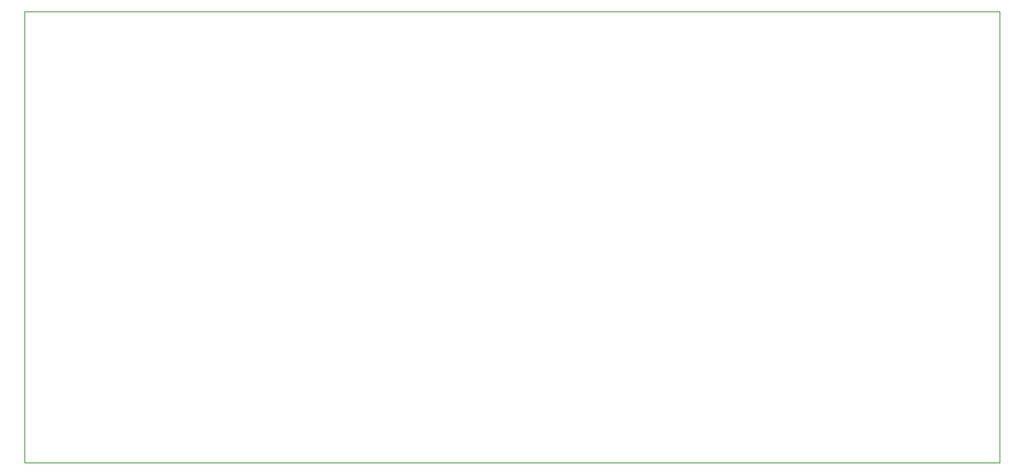
<source format=gbr>
%TF.GenerationSoftware,KiCad,Pcbnew,(5.1.6)-1*%
%TF.CreationDate,2025-07-03T10:53:41-05:00*%
%TF.ProjectId,relay_board,72656c61-795f-4626-9f61-72642e6b6963,rev?*%
%TF.SameCoordinates,PX2625a00PY839b680*%
%TF.FileFunction,Profile,NP*%
%FSLAX46Y46*%
G04 Gerber Fmt 4.6, Leading zero omitted, Abs format (unit mm)*
G04 Created by KiCad (PCBNEW (5.1.6)-1) date 2025-07-03 10:53:41*
%MOMM*%
%LPD*%
G01*
G04 APERTURE LIST*
%TA.AperFunction,Profile*%
%ADD10C,0.050000*%
%TD*%
G04 APERTURE END LIST*
D10*
X0Y0D02*
X108000000Y0D01*
X0Y50000000D02*
X0Y0D01*
X108000000Y50000000D02*
X0Y50000000D01*
X108000000Y0D02*
X108000000Y50000000D01*
M02*

</source>
